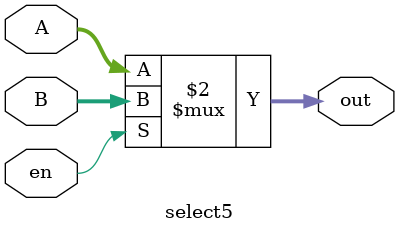
<source format=v>



`timescale 1ns / 1ps
module select5(  
		input en,
	  input [4:0] A, B,
	  output [4:0] out
);
  assign out=(en==0)?A:B;
endmodule

</source>
